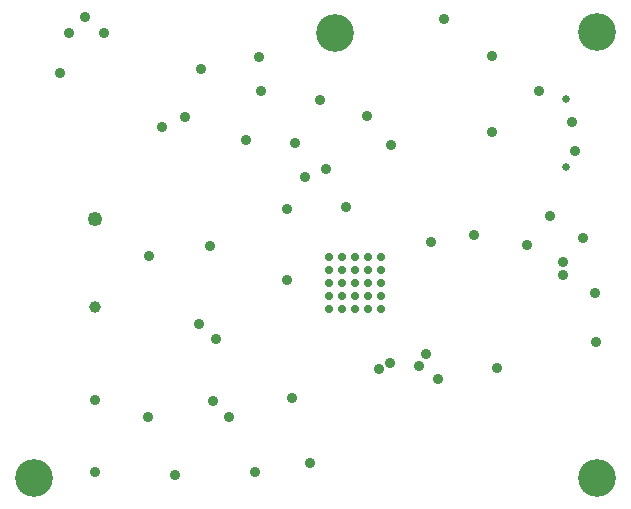
<source format=gbr>
%TF.GenerationSoftware,Altium Limited,Altium Designer,24.5.2 (23)*%
G04 Layer_Color=16711935*
%FSLAX45Y45*%
%MOMM*%
%TF.SameCoordinates,2BA89E6E-902A-415B-B0B5-23ADD7A02043*%
%TF.FilePolarity,Negative*%
%TF.FileFunction,Soldermask,Bot*%
%TF.Part,Single*%
G01*
G75*
%TA.AperFunction,ComponentPad*%
%ADD44C,0.90000*%
%ADD45C,1.00000*%
%ADD46C,1.25000*%
%ADD47C,0.65000*%
%TA.AperFunction,ViaPad*%
%ADD62C,3.20320*%
%ADD63C,0.90320*%
%ADD64C,0.70320*%
D44*
X7475000Y10913500D02*
D03*
X7775000D02*
D03*
D45*
X7700000Y8600000D02*
D03*
D46*
Y9345000D02*
D03*
D47*
X11687500Y10361500D02*
D03*
Y9783500D02*
D03*
D62*
X9730000Y10920000D02*
D03*
X11950000Y10925000D02*
D03*
Y7150000D02*
D03*
X7181605Y7152000D02*
D03*
D63*
X8980000Y10010000D02*
D03*
X10205000Y9970000D02*
D03*
X8600000Y10610000D02*
D03*
X8457500Y10202500D02*
D03*
X9820000Y9440000D02*
D03*
X7610000Y11050000D02*
D03*
X7400000Y10580000D02*
D03*
X10600000Y7990000D02*
D03*
X10500000Y8200000D02*
D03*
X11100000Y8080000D02*
D03*
X10440000Y8100000D02*
D03*
X11830000Y9180000D02*
D03*
X10650000Y11040000D02*
D03*
X8670000Y9117500D02*
D03*
X11550000Y9370000D02*
D03*
X11457500Y10427500D02*
D03*
X9087500Y10715000D02*
D03*
X9605000Y10352500D02*
D03*
X9100000Y10430000D02*
D03*
X9392500Y9985000D02*
D03*
X8152500Y9030000D02*
D03*
X8147500Y7662500D02*
D03*
X8830000Y7665000D02*
D03*
X9365000Y7827500D02*
D03*
X7697500Y7807500D02*
D03*
X8697500Y7800000D02*
D03*
X11060000Y10720000D02*
D03*
Y10080000D02*
D03*
X10910000Y9210000D02*
D03*
X11360000Y9120000D02*
D03*
X11660000Y8870000D02*
D03*
Y8980000D02*
D03*
X11930000Y8720000D02*
D03*
X11940000Y8300000D02*
D03*
X10200000Y8125000D02*
D03*
X9475000Y9700000D02*
D03*
X9652500Y9765000D02*
D03*
X8375000Y7175000D02*
D03*
X7700000Y7200000D02*
D03*
X9050000D02*
D03*
X8725000Y8325000D02*
D03*
X8575000Y8450000D02*
D03*
X10547500Y9150000D02*
D03*
X9325000Y9425000D02*
D03*
X10100000Y8075000D02*
D03*
X9325000Y8825000D02*
D03*
X9997500Y10217500D02*
D03*
X9515000Y7277500D02*
D03*
X11760000Y9920000D02*
D03*
X11740000Y10167500D02*
D03*
X8267500Y10117500D02*
D03*
D64*
X9680000Y9020000D02*
D03*
X9790000D02*
D03*
X9900000D02*
D03*
X10010000D02*
D03*
X10120000D02*
D03*
X9680000Y8910000D02*
D03*
X9790000D02*
D03*
X9900000D02*
D03*
X10010000D02*
D03*
X10120000D02*
D03*
X9680000Y8800000D02*
D03*
X9790000D02*
D03*
X9900000D02*
D03*
X10010000D02*
D03*
X10120000D02*
D03*
X9680000Y8690000D02*
D03*
X9790000D02*
D03*
X9900000D02*
D03*
X10010000D02*
D03*
X10120000D02*
D03*
X9680000Y8580000D02*
D03*
X9790000D02*
D03*
X9900000D02*
D03*
X10010000D02*
D03*
X10120000D02*
D03*
%TF.MD5,69e69465a97973899219021e13c4439e*%
M02*

</source>
